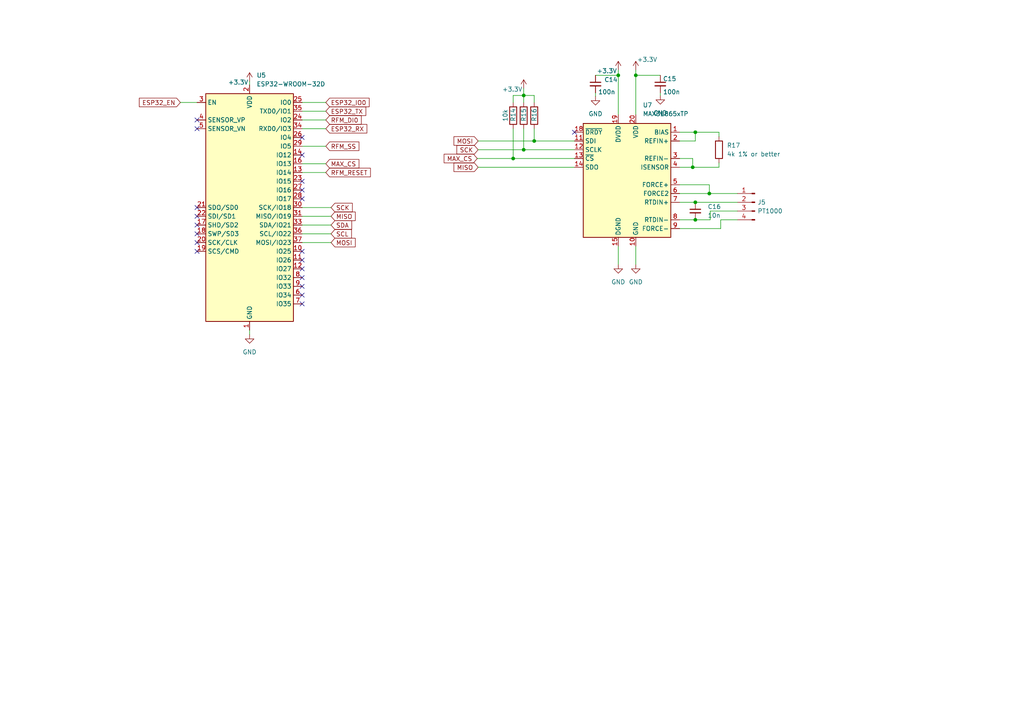
<source format=kicad_sch>
(kicad_sch (version 20211123) (generator eeschema)
  (paper "A4")
  (lib_symbols
    (symbol "Connector:Conn_01x04_Male" (pin_names (offset 1.016) hide)
      (property "Reference" "J" (at 0 5.08 0))
      (property "Value" "Conn_01x04_Male" (at 0 -7.62 0))
      (symbol "Conn_01x04_Male_1_1"
        (polyline (pts (xy 1.27 -5.08) (xy 0.8636 -5.08)) (stroke (width 0.1524)))
        (polyline (pts (xy 1.27 -2.54) (xy 0.8636 -2.54)) (stroke (width 0.1524)))
        (polyline (pts (xy 1.27 0) (xy 0.8636 0)) (stroke (width 0.1524)))
        (polyline (pts (xy 1.27 2.54) (xy 0.8636 2.54)) (stroke (width 0.1524)))
        (rectangle (start 0.8636 -4.953) (end 0 -5.207) (stroke (width 0.1524)) (fill (type outline)))
        (rectangle (start 0.8636 -2.413) (end 0 -2.667) (stroke (width 0.1524)) (fill (type outline)))
        (rectangle (start 0.8636 0.127) (end 0 -0.127) (stroke (width 0.1524)) (fill (type outline)))
        (rectangle (start 0.8636 2.667) (end 0 2.413) (stroke (width 0.1524)) (fill (type outline)))
        (pin passive line (at 5.08 2.54 180) (length 3.81) (name "Pin_1") (number "1"))
        (pin passive line (at 5.08 0 180) (length 3.81) (name "Pin_2") (number "2"))
        (pin passive line (at 5.08 -2.54 180) (length 3.81) (name "Pin_3") (number "3"))
        (pin passive line (at 5.08 -5.08 180) (length 3.81) (name "Pin_4") (number "4"))
      )
    )
    (symbol "Device:C_Small" (pin_numbers hide) (pin_names (offset 0.254) hide)
      (property "Reference" "C" (at 0.254 1.778 0))
      (property "Value" "C_Small" (at 0.254 -2.032 0))
      (symbol "C_Small_0_1"
        (polyline (pts (xy -1.524 -0.508) (xy 1.524 -0.508)) (stroke (width 0.3302)))
        (polyline (pts (xy -1.524 0.508) (xy 1.524 0.508)) (stroke (width 0.3048)))
      )
      (symbol "C_Small_1_1"
        (pin passive line (at 0 2.54 270) (length 2.032) (name "~") (number "1"))
        (pin passive line (at 0 -2.54 90) (length 2.032) (name "~") (number "2"))
      )
    )
    (symbol "Device:R" (pin_numbers hide) (pin_names (offset 0))
      (property "Reference" "R" (at 2.032 0 90))
      (property "Value" "R" (at 0 0 90))
      (symbol "R_0_1"
        (rectangle (start -1.016 -2.54) (end 1.016 2.54) (stroke (width 0.254)))
      )
      (symbol "R_1_1"
        (pin passive line (at 0 3.81 270) (length 1.27) (name "~") (number "1"))
        (pin passive line (at 0 -3.81 90) (length 1.27) (name "~") (number "2"))
      )
    )
    (symbol "RF_Module:ESP32-WROOM-32D"
      (property "Reference" "U5" (at 2.0194 38.354 0))
      (property "Value" "ESP32-WROOM-32D" (at 2.0194 35.814 0))
      (symbol "ESP32-WROOM-32D_0_1"
        (rectangle (start -12.7 33.02) (end 12.7 -33.02) (stroke (width 0.254)) (fill (type background)))
      )
      (symbol "ESP32-WROOM-32D_1_1"
        (pin power_in line (at 0 -35.56 90) (length 2.54) (name "GND") (number "1"))
        (pin bidirectional line (at 15.24 -12.7 180) (length 2.54) (name "IO25") (number "10"))
        (pin bidirectional line (at 15.24 -15.24 180) (length 2.54) (name "IO26") (number "11"))
        (pin bidirectional line (at 15.24 -17.78 180) (length 2.54) (name "IO27") (number "12"))
        (pin bidirectional line (at 15.24 10.16 180) (length 2.54) (name "IO14") (number "13"))
        (pin bidirectional line (at 15.24 15.24 180) (length 2.54) (name "IO12") (number "14"))
        (pin passive line (at 0 -35.56 90) (length 2.54) hide (name "GND") (number "15"))
        (pin bidirectional line (at 15.24 12.7 180) (length 2.54) (name "IO13") (number "16"))
        (pin bidirectional line (at -15.24 -5.08 0) (length 2.54) (name "SHD/SD2") (number "17"))
        (pin bidirectional line (at -15.24 -7.62 0) (length 2.54) (name "SWP/SD3") (number "18"))
        (pin bidirectional line (at -15.24 -12.7 0) (length 2.54) (name "SCS/CMD") (number "19"))
        (pin power_in line (at 0 35.56 270) (length 2.54) (name "VDD") (number "2"))
        (pin bidirectional line (at -15.24 -10.16 0) (length 2.54) (name "SCK/CLK") (number "20"))
        (pin bidirectional line (at -15.24 0 0) (length 2.54) (name "SDO/SD0") (number "21"))
        (pin bidirectional line (at -15.24 -2.54 0) (length 2.54) (name "SDI/SD1") (number "22"))
        (pin bidirectional line (at 15.24 7.62 180) (length 2.54) (name "IO15") (number "23"))
        (pin bidirectional line (at 15.24 25.4 180) (length 2.54) (name "IO2") (number "24"))
        (pin bidirectional line (at 15.24 30.48 180) (length 2.54) (name "IO0") (number "25"))
        (pin bidirectional line (at 15.24 20.32 180) (length 2.54) (name "IO4") (number "26"))
        (pin bidirectional line (at 15.24 5.08 180) (length 2.54) (name "IO16") (number "27"))
        (pin bidirectional line (at 15.24 2.54 180) (length 2.54) (name "IO17") (number "28"))
        (pin bidirectional line (at 15.24 17.78 180) (length 2.54) (name "IO5") (number "29"))
        (pin input line (at -15.24 30.48 0) (length 2.54) (name "EN") (number "3"))
        (pin bidirectional line (at 15.24 0 180) (length 2.54) (name "SCK/IO18") (number "30"))
        (pin bidirectional line (at 15.24 -2.54 180) (length 2.54) (name "MISO/IO19") (number "31"))
        (pin no_connect line (at -12.7 -27.94 0) (length 2.54) hide (name "NC") (number "32"))
        (pin bidirectional line (at 15.24 -5.08 180) (length 2.54) (name "SDA/IO21") (number "33"))
        (pin bidirectional line (at 15.24 22.86 180) (length 2.54) (name "RXD0/IO3") (number "34"))
        (pin bidirectional line (at 15.24 27.94 180) (length 2.54) (name "TXD0/IO1") (number "35"))
        (pin bidirectional line (at 15.24 -7.62 180) (length 2.54) (name "SCL/IO22") (number "36"))
        (pin bidirectional line (at 15.24 -10.16 180) (length 2.54) (name "MOSI/IO23") (number "37"))
        (pin passive line (at 0 -35.56 90) (length 2.54) hide (name "GND") (number "38"))
        (pin passive line (at 0 -35.56 90) (length 2.54) hide (name "GND") (number "39"))
        (pin input line (at -15.24 25.4 0) (length 2.54) (name "SENSOR_VP") (number "4"))
        (pin input line (at -15.24 22.86 0) (length 2.54) (name "SENSOR_VN") (number "5"))
        (pin input line (at 15.24 -25.4 180) (length 2.54) (name "IO34") (number "6"))
        (pin input line (at 15.24 -27.94 180) (length 2.54) (name "IO35") (number "7"))
        (pin bidirectional line (at 15.24 -20.32 180) (length 2.54) (name "IO32") (number "8"))
        (pin bidirectional line (at 15.24 -22.86 180) (length 2.54) (name "IO33") (number "9"))
      )
    )
    (symbol "Sensor_Temperature:MAX31865xTP"
      (property "Reference" "U" (at -11.43 19.05 0))
      (property "Value" "MAX31865xTP" (at 10.16 19.05 0))
      (symbol "MAX31865xTP_0_1"
        (rectangle (start -12.7 17.78) (end 12.7 -15.24) (stroke (width 0.254)) (fill (type background)))
      )
      (symbol "MAX31865xTP_1_1"
        (pin power_out line (at 15.24 15.24 180) (length 2.54) (name "BIAS") (number "1"))
        (pin power_in line (at 2.54 -17.78 90) (length 2.54) (name "GND") (number "10"))
        (pin input line (at -15.24 12.7 0) (length 2.54) (name "SDI") (number "11"))
        (pin input line (at -15.24 10.16 0) (length 2.54) (name "SCLK") (number "12"))
        (pin input line (at -15.24 7.62 0) (length 2.54) (name "~{CS}") (number "13"))
        (pin tri_state line (at -15.24 5.08 0) (length 2.54) (name "SDO") (number "14"))
        (pin power_in line (at -2.54 -17.78 90) (length 2.54) (name "DGND") (number "15"))
        (pin passive line (at 2.54 -17.78 90) (length 2.54) hide (name "GND") (number "16"))
        (pin no_connect line (at -12.7 -2.54 0) (length 2.54) hide (name "NC") (number "17"))
        (pin output line (at -15.24 15.24 0) (length 2.54) (name "~{DRDY}") (number "18"))
        (pin power_in line (at -2.54 20.32 270) (length 2.54) (name "DVDD") (number "19"))
        (pin input line (at 15.24 12.7 180) (length 2.54) (name "REFIN+") (number "2"))
        (pin power_in line (at 2.54 20.32 270) (length 2.54) (name "VDD") (number "20"))
        (pin passive line (at 2.54 -17.78 90) (length 2.54) hide (name "GND") (number "21"))
        (pin input line (at 15.24 7.62 180) (length 2.54) (name "REFIN-") (number "3"))
        (pin passive line (at 15.24 5.08 180) (length 2.54) (name "ISENSOR") (number "4"))
        (pin passive line (at 15.24 0 180) (length 2.54) (name "FORCE+") (number "5"))
        (pin input line (at 15.24 -2.54 180) (length 2.54) (name "FORCE2") (number "6"))
        (pin input line (at 15.24 -5.08 180) (length 2.54) (name "RTDIN+") (number "7"))
        (pin input line (at 15.24 -10.16 180) (length 2.54) (name "RTDIN-") (number "8"))
        (pin power_out line (at 15.24 -12.7 180) (length 2.54) (name "FORCE-") (number "9"))
      )
    )
    (symbol "power:+3.3V" (power) (pin_names (offset 0))
      (property "Value" "+3.3V" (at 0 3.556 0))
      (symbol "+3.3V_0_1"
        (polyline (pts (xy -0.762 1.27) (xy 0 2.54)))
        (polyline (pts (xy 0 0) (xy 0 2.54)))
        (polyline (pts (xy 0 2.54) (xy 0.762 1.27)))
      )
      (symbol "+3.3V_1_1"
        (pin power_in line (at 0 0 90) (length 0) hide (name "+3.3V") (number "1"))
      )
    )
    (symbol "power:GND" (power) (pin_names (offset 0))
      (property "Value" "GND" (at 0 -3.81 0))
      (symbol "GND_0_1"
        (polyline (pts (xy 0 0) (xy 0 -1.27) (xy 1.27 -1.27) (xy 0 -2.54) (xy -1.27 -1.27) (xy 0 -1.27)))
      )
      (symbol "GND_1_1"
        (pin power_in line (at 0 0 270) (length 0) hide (name "GND") (number "1"))
      )
    )
  )
  (junction (at 154.94 40.894))
  (junction (at 151.892 27.686))
  (junction (at 205.74 56.134))
  (junction (at 184.404 21.844))
  (junction (at 201.676 38.354))
  (junction (at 179.324 21.844))
  (junction (at 200.914 48.514))
  (junction (at 201.676 63.754))
  (junction (at 148.844 45.974))
  (junction (at 151.892 43.434))
  (junction (at 201.676 58.674))
  (no_connect (at 87.63 39.878))
  (no_connect (at 87.63 44.958))
  (no_connect (at 87.63 52.578))
  (no_connect (at 87.63 55.118))
  (no_connect (at 87.63 57.658))
  (no_connect (at 87.63 72.898))
  (no_connect (at 87.63 75.438))
  (no_connect (at 57.15 72.898))
  (no_connect (at 57.15 70.358))
  (no_connect (at 57.15 60.198))
  (no_connect (at 57.15 65.278))
  (no_connect (at 57.15 62.738))
  (no_connect (at 57.15 67.818))
  (no_connect (at 87.63 80.518))
  (no_connect (at 87.63 83.058))
  (no_connect (at 87.63 77.978))
  (no_connect (at 87.63 85.598))
  (no_connect (at 87.63 88.138))
  (no_connect (at 166.624 38.354))
  (no_connect (at 57.15 34.798))
  (no_connect (at 57.15 37.338))
  (wire (pts (xy 209.042 66.294) (xy 209.042 63.754)))
  (wire (pts (xy 72.39 23.622) (xy 72.39 24.638)))
  (wire (pts (xy 72.39 95.758) (xy 72.39 97.028)))
  (wire (pts (xy 179.324 21.844) (xy 179.324 33.274)))
  (wire (pts (xy 87.63 65.278) (xy 96.012 65.278)))
  (wire (pts (xy 148.844 27.686) (xy 151.892 27.686)))
  (wire (pts (xy 200.914 48.514) (xy 208.534 48.514)))
  (wire (pts (xy 201.676 63.754) (xy 205.994 63.754)))
  (wire (pts (xy 87.63 34.798) (xy 94.488 34.798)))
  (wire (pts (xy 154.94 40.894) (xy 154.94 37.338)))
  (wire (pts (xy 205.994 61.214) (xy 213.868 61.214)))
  (wire (pts (xy 87.63 67.818) (xy 96.012 67.818)))
  (wire (pts (xy 205.74 56.134) (xy 213.868 56.134)))
  (wire (pts (xy 87.63 29.718) (xy 94.488 29.718)))
  (wire (pts (xy 87.63 42.418) (xy 94.488 42.418)))
  (wire (pts (xy 205.994 63.754) (xy 205.994 61.214)))
  (wire (pts (xy 148.844 45.974) (xy 148.844 37.338)))
  (wire (pts (xy 184.404 21.844) (xy 184.404 20.32)))
  (wire (pts (xy 166.624 43.434) (xy 151.892 43.434)))
  (wire (pts (xy 197.104 63.754) (xy 201.676 63.754)))
  (wire (pts (xy 166.624 45.974) (xy 148.844 45.974)))
  (wire (pts (xy 138.684 48.514) (xy 166.624 48.514)))
  (wire (pts (xy 138.43 45.974) (xy 148.844 45.974)))
  (wire (pts (xy 87.63 60.198) (xy 96.012 60.198)))
  (wire (pts (xy 172.72 26.924) (xy 172.72 27.94)))
  (wire (pts (xy 52.324 29.718) (xy 57.15 29.718)))
  (wire (pts (xy 179.324 20.32) (xy 179.324 21.844)))
  (wire (pts (xy 209.042 63.754) (xy 213.868 63.754)))
  (wire (pts (xy 197.104 38.354) (xy 201.676 38.354)))
  (wire (pts (xy 201.676 58.674) (xy 213.868 58.674)))
  (wire (pts (xy 87.63 37.338) (xy 94.488 37.338)))
  (wire (pts (xy 87.63 62.738) (xy 96.012 62.738)))
  (wire (pts (xy 201.676 38.354) (xy 208.534 38.354)))
  (wire (pts (xy 151.892 27.686) (xy 151.892 29.718)))
  (wire (pts (xy 197.104 40.894) (xy 201.676 40.894)))
  (wire (pts (xy 172.72 21.844) (xy 179.324 21.844)))
  (wire (pts (xy 151.892 43.434) (xy 151.892 37.338)))
  (wire (pts (xy 179.324 71.374) (xy 179.324 76.708)))
  (wire (pts (xy 148.844 29.718) (xy 148.844 27.686)))
  (wire (pts (xy 154.94 27.686) (xy 151.892 27.686)))
  (wire (pts (xy 197.104 58.674) (xy 201.676 58.674)))
  (wire (pts (xy 191.516 21.844) (xy 184.404 21.844)))
  (wire (pts (xy 197.104 48.514) (xy 200.914 48.514)))
  (wire (pts (xy 208.534 47.244) (xy 208.534 48.514)))
  (wire (pts (xy 87.63 50.038) (xy 94.488 50.038)))
  (wire (pts (xy 197.104 45.974) (xy 200.914 45.974)))
  (wire (pts (xy 184.404 71.374) (xy 184.404 76.708)))
  (wire (pts (xy 197.104 66.294) (xy 209.042 66.294)))
  (wire (pts (xy 201.676 40.894) (xy 201.676 38.354)))
  (wire (pts (xy 200.914 45.974) (xy 200.914 48.514)))
  (wire (pts (xy 151.892 25.654) (xy 151.892 27.686)))
  (wire (pts (xy 197.104 53.594) (xy 205.74 53.594)))
  (wire (pts (xy 197.104 56.134) (xy 205.74 56.134)))
  (wire (pts (xy 205.74 53.594) (xy 205.74 56.134)))
  (wire (pts (xy 191.516 26.924) (xy 191.516 27.686)))
  (wire (pts (xy 87.63 32.258) (xy 94.488 32.258)))
  (wire (pts (xy 138.684 43.434) (xy 151.892 43.434)))
  (wire (pts (xy 138.684 40.894) (xy 154.94 40.894)))
  (wire (pts (xy 87.63 47.498) (xy 94.488 47.498)))
  (wire (pts (xy 87.63 70.358) (xy 96.012 70.358)))
  (wire (pts (xy 208.534 38.354) (xy 208.534 39.624)))
  (wire (pts (xy 184.404 21.844) (xy 184.404 33.274)))
  (wire (pts (xy 154.94 29.718) (xy 154.94 27.686)))
  (wire (pts (xy 166.624 40.894) (xy 154.94 40.894)))
  (global_label "RFM_RESET" (shape input) (at 94.488 50.038 0) (property "Referenzen zwischen Schaltplänen" "${INTERSHEET_REFS}" (effects hide)))
  (global_label "MAX_CS" (shape input) (at 94.488 47.498 0) (property "Referenzen zwischen Schaltplänen" "${INTERSHEET_REFS}" (effects hide)))
  (global_label "SCK" (shape input) (at 138.684 43.434 180) (property "Referenzen zwischen Schaltplänen" "${INTERSHEET_REFS}" (effects hide)))
  (global_label "RFM_DI0" (shape input) (at 94.488 34.798 0) (property "Referenzen zwischen Schaltplänen" "${INTERSHEET_REFS}" (effects hide)))
  (global_label "ESP32_TX" (shape input) (at 94.488 32.258 0) (property "Referenzen zwischen Schaltplänen" "${INTERSHEET_REFS}" (effects hide)))
  (global_label "RFM_SS" (shape input) (at 94.488 42.418 0) (property "Referenzen zwischen Schaltplänen" "${INTERSHEET_REFS}" (effects hide)))
  (global_label "MOSI" (shape input) (at 138.684 40.894 180) (property "Referenzen zwischen Schaltplänen" "${INTERSHEET_REFS}" (effects hide)))
  (global_label "SCL" (shape input) (at 96.012 67.818 0) (property "Referenzen zwischen Schaltplänen" "${INTERSHEET_REFS}" (effects hide)))
  (global_label "ESP32_IO0" (shape input) (at 94.488 29.718 0) (property "Referenzen zwischen Schaltplänen" "${INTERSHEET_REFS}" (effects hide)))
  (global_label "MOSI" (shape input) (at 96.012 70.358 0) (property "Referenzen zwischen Schaltplänen" "${INTERSHEET_REFS}" (effects hide)))
  (global_label "ESP32_EN" (shape input) (at 52.324 29.718 180) (property "Referenzen zwischen Schaltplänen" "${INTERSHEET_REFS}" (effects hide)))
  (global_label "MAX_CS" (shape input) (at 138.43 45.974 180) (property "Referenzen zwischen Schaltplänen" "${INTERSHEET_REFS}" (effects hide)))
  (global_label "MISO" (shape input) (at 96.012 62.738 0) (property "Referenzen zwischen Schaltplänen" "${INTERSHEET_REFS}" (effects hide)))
  (global_label "SDA" (shape input) (at 96.012 65.278 0) (property "Referenzen zwischen Schaltplänen" "${INTERSHEET_REFS}" (effects hide)))
  (global_label "MISO" (shape input) (at 138.684 48.514 180) (property "Referenzen zwischen Schaltplänen" "${INTERSHEET_REFS}" (effects hide)))
  (global_label "ESP32_RX" (shape input) (at 94.488 37.338 0) (property "Referenzen zwischen Schaltplänen" "${INTERSHEET_REFS}" (effects hide)))
  (global_label "SCK" (shape input) (at 96.012 60.198 0) (property "Referenzen zwischen Schaltplänen" "${INTERSHEET_REFS}" (effects hide)))
  (symbol (lib_id "power:GND") (at 172.72 27.94 0) (unit 1)
    (property "Reference" "#PWR018" (effects hide))
    (property "Value" "GND" (at 172.72 33.02 0))
  )
  (symbol (lib_id "Device:R") (at 154.94 33.528 0) (unit 1)
    (property "Reference" "R16" (at 154.94 35.306 90) (effects (justify left)))
    (property "Value" "10k" (effects hide))
    (property "Footprint" "Resistor_SMD:R_1206_3216Metric" (effects hide))
    (property "Feld4" "C118075 " (effects hide))
  )
  (symbol (lib_id "power:GND") (at 179.324 76.708 0) (unit 1)
    (property "Reference" "#PWR020" (effects hide))
    (property "Value" "GND" (at 179.324 81.788 0))
  )
  (symbol (lib_id "RF_Module:ESP32-WROOM-32D") (at 72.39 60.198 0) (unit 1)
    (property "Reference" "U5" (at 74.4094 21.844 0) (effects (justify left)))
    (property "Value" "ESP32-WROOM-32D" (at 74.4094 24.384 0) (effects (justify left)))
    (property "Footprint" "RF_Module:ESP32-WROOM-32" (effects hide))
    (property "Datasheet" "https://www.espressif.com/sites/default/files/documentation/esp32-wroom-32d_esp32-wroom-32u_datasheet_en.pdf" (effects hide))
    (property "Feld4" "C473012" (effects hide))
  )
  (symbol (lib_id "Device:C_Small") (at 191.516 24.384 0) (unit 1)
    (property "Reference" "C15" (at 192.278 22.86 0) (effects (justify left)))
    (property "Value" "100n" (at 192.278 26.67 0) (effects (justify left)))
    (property "Footprint" "Capacitor_SMD:C_1206_3216Metric" (effects hide))
    (property "Feld4" "C377067" (effects hide))
  )
  (symbol (lib_id "Device:C_Small") (at 172.72 24.384 0) (unit 1)
    (property "Reference" "C14" (at 175.26 23.1202 0) (effects (justify left)))
    (property "Value" "100n" (at 173.482 26.67 0) (effects (justify left)))
    (property "Footprint" "Capacitor_SMD:C_1206_3216Metric" (effects hide))
    (property "Feld4" "C377067" (effects hide))
  )
  (symbol (lib_id "power:GND") (at 191.516 27.686 0) (unit 1)
    (property "Reference" "#PWR023" (effects hide))
    (property "Value" "GND" (at 191.516 32.766 0))
  )
  (symbol (lib_id "power:+3.3V") (at 151.892 25.654 0) (unit 1)
    (property "Reference" "#PWR017" (effects hide))
    (property "Value" "+3.3V" (at 148.59 25.908 0))
  )
  (symbol (lib_id "Sensor_Temperature:MAX31865xTP") (at 181.864 53.594 0) (unit 1)
    (property "Reference" "U7" (at 186.4234 30.48 0) (effects (justify left)))
    (property "Value" "MAX31865xTP" (at 186.4234 33.02 0) (effects (justify left)))
    (property "Footprint" "Package_DFN_QFN:TQFN-20-1EP_5x5mm_P0.65mm_EP3.25x3.25mm" (effects hide))
    (property "Datasheet" "https://datasheets.maximintegrated.com/en/ds/MAX31865.pdf" (effects hide))
    (property "Feld4" "C118474" (effects hide))
  )
  (symbol (lib_id "power:GND") (at 184.404 76.708 0) (unit 1)
    (property "Reference" "#PWR022" (effects hide))
    (property "Value" "GND" (at 184.404 81.788 0))
  )
  (symbol (lib_id "Device:R") (at 208.534 43.434 0) (unit 1)
    (property "Reference" "R17" (at 210.82 42.1639 0) (effects (justify left)))
    (property "Value" "4k 1% or better" (at 210.82 44.7039 0) (effects (justify left)))
    (property "Footprint" "Resistor_SMD:R_1206_3216Metric" (effects hide))
    (property "Feld4" "C1711912" (effects hide))
  )
  (symbol (lib_id "Connector:Conn_01x04_Male") (at 218.948 58.674 0) (mirror y) (unit 1)
    (property "Reference" "J5" (at 219.71 58.6739 0) (effects (justify right)))
    (property "Value" "PT1000" (at 219.71 61.2139 0) (effects (justify right)))
    (property "Footprint" "Connector_JST:JST_XH_B4B-XH-AM_1x04_P2.50mm_Vertical" (effects hide))
  )
  (symbol (lib_id "power:+3.3V") (at 179.324 20.32 0) (unit 1)
    (property "Reference" "#PWR019" (effects hide))
    (property "Value" "+3.3V" (at 176.022 20.574 0))
  )
  (symbol (lib_id "power:+3.3V") (at 72.39 23.622 0) (unit 1)
    (property "Reference" "#PWR015" (effects hide))
    (property "Value" "+3.3V" (at 69.088 23.876 0))
  )
  (symbol (lib_id "Device:R") (at 151.892 33.528 0) (unit 1)
    (property "Reference" "R15" (at 151.892 35.306 90) (effects (justify left)))
    (property "Value" "10k" (effects hide))
    (property "Footprint" "Resistor_SMD:R_1206_3216Metric" (effects hide))
    (property "Feld4" "C118075 " (effects hide))
  )
  (symbol (lib_id "power:+3.3V") (at 184.404 20.32 0) (unit 1)
    (property "Reference" "#PWR021" (effects hide))
    (property "Value" "+3.3V" (at 187.706 17.272 0))
  )
  (symbol (lib_id "power:GND") (at 72.39 97.028 0) (unit 1)
    (property "Reference" "#PWR016" (effects hide))
    (property "Value" "GND" (at 72.39 102.108 0))
  )
  (symbol (lib_id "Device:C_Small") (at 201.676 61.214 0) (unit 1)
    (property "Reference" "C16" (at 205.232 59.9502 0) (effects (justify left)))
    (property "Value" "10n" (at 205.232 62.4902 0) (effects (justify left)))
    (property "Footprint" "Capacitor_SMD:C_1206_3216Metric" (effects hide))
    (property "Feld4" "C1846" (effects hide))
  )
  (symbol (lib_id "Device:R") (at 148.844 33.528 0) (unit 1)
    (property "Reference" "R14" (at 148.844 35.306 90) (effects (justify left)))
    (property "Value" "10k" (at 146.558 35.306 90) (effects (justify left)))
    (property "Footprint" "Resistor_SMD:R_1206_3216Metric" (effects hide))
    (property "Feld4" "C118075 " (effects hide))
  )
)
</source>
